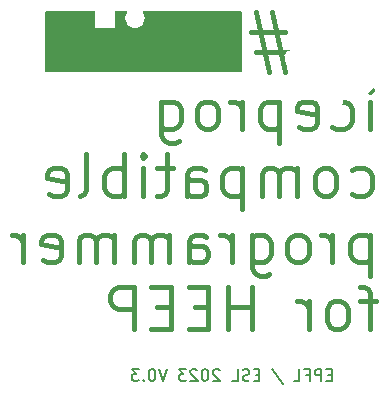
<source format=gbr>
%TF.GenerationSoftware,KiCad,Pcbnew,(6.0.0-0)*%
%TF.CreationDate,2023-01-16T12:19:11+01:00*%
%TF.ProjectId,core-v-mini-mcu-spiboot-fpga,636f7265-2d76-42d6-9d69-6e692d6d6375,rev?*%
%TF.SameCoordinates,Original*%
%TF.FileFunction,Legend,Bot*%
%TF.FilePolarity,Positive*%
%FSLAX46Y46*%
G04 Gerber Fmt 4.6, Leading zero omitted, Abs format (unit mm)*
G04 Created by KiCad (PCBNEW (6.0.0-0)) date 2023-01-16 12:19:11*
%MOMM*%
%LPD*%
G01*
G04 APERTURE LIST*
G04 Aperture macros list*
%AMHorizOval*
0 Thick line with rounded ends*
0 $1 width*
0 $2 $3 position (X,Y) of the first rounded end (center of the circle)*
0 $4 $5 position (X,Y) of the second rounded end (center of the circle)*
0 Add line between two ends*
20,1,$1,$2,$3,$4,$5,0*
0 Add two circle primitives to create the rounded ends*
1,1,$1,$2,$3*
1,1,$1,$4,$5*%
G04 Aperture macros list end*
%ADD10C,0.400000*%
%ADD11C,0.150000*%
%ADD12O,1.700000X1.700000*%
%ADD13R,1.700000X1.700000*%
%ADD14HorizOval,1.200000X-0.247487X-0.247487X0.247487X0.247487X0*%
%ADD15HorizOval,1.200000X0.247487X0.247487X-0.247487X-0.247487X0*%
%ADD16C,1.450000*%
G04 APERTURE END LIST*
D10*
X104238095Y-74892857D02*
X101380952Y-74892857D01*
X103095238Y-73178571D02*
X104238095Y-78321428D01*
X101761904Y-76607142D02*
X104619047Y-76607142D01*
X102904761Y-78321428D02*
X101761904Y-73178571D01*
D11*
X100500000Y-73250000D02*
X84000000Y-73250000D01*
X84000000Y-73250000D02*
X84000000Y-78250000D01*
X84000000Y-78250000D02*
X100500000Y-78250000D01*
X100500000Y-78250000D02*
X100500000Y-73250000D01*
G36*
X100500000Y-73250000D02*
G01*
X84000000Y-73250000D01*
X84000000Y-78250000D01*
X100500000Y-78250000D01*
X100500000Y-73250000D01*
G37*
X108202380Y-103928571D02*
X107869047Y-103928571D01*
X107726190Y-104452380D02*
X108202380Y-104452380D01*
X108202380Y-103452380D01*
X107726190Y-103452380D01*
X107297619Y-104452380D02*
X107297619Y-103452380D01*
X106916666Y-103452380D01*
X106821428Y-103500000D01*
X106773809Y-103547619D01*
X106726190Y-103642857D01*
X106726190Y-103785714D01*
X106773809Y-103880952D01*
X106821428Y-103928571D01*
X106916666Y-103976190D01*
X107297619Y-103976190D01*
X105964285Y-103928571D02*
X106297619Y-103928571D01*
X106297619Y-104452380D02*
X106297619Y-103452380D01*
X105821428Y-103452380D01*
X104964285Y-104452380D02*
X105440476Y-104452380D01*
X105440476Y-103452380D01*
X103154761Y-103404761D02*
X104011904Y-104690476D01*
X102059523Y-103928571D02*
X101726190Y-103928571D01*
X101583333Y-104452380D02*
X102059523Y-104452380D01*
X102059523Y-103452380D01*
X101583333Y-103452380D01*
X101202380Y-104404761D02*
X101059523Y-104452380D01*
X100821428Y-104452380D01*
X100726190Y-104404761D01*
X100678571Y-104357142D01*
X100630952Y-104261904D01*
X100630952Y-104166666D01*
X100678571Y-104071428D01*
X100726190Y-104023809D01*
X100821428Y-103976190D01*
X101011904Y-103928571D01*
X101107142Y-103880952D01*
X101154761Y-103833333D01*
X101202380Y-103738095D01*
X101202380Y-103642857D01*
X101154761Y-103547619D01*
X101107142Y-103500000D01*
X101011904Y-103452380D01*
X100773809Y-103452380D01*
X100630952Y-103500000D01*
X99726190Y-104452380D02*
X100202380Y-104452380D01*
X100202380Y-103452380D01*
X98678571Y-103547619D02*
X98630952Y-103500000D01*
X98535714Y-103452380D01*
X98297619Y-103452380D01*
X98202380Y-103500000D01*
X98154761Y-103547619D01*
X98107142Y-103642857D01*
X98107142Y-103738095D01*
X98154761Y-103880952D01*
X98726190Y-104452380D01*
X98107142Y-104452380D01*
X97488095Y-103452380D02*
X97392857Y-103452380D01*
X97297619Y-103500000D01*
X97250000Y-103547619D01*
X97202380Y-103642857D01*
X97154761Y-103833333D01*
X97154761Y-104071428D01*
X97202380Y-104261904D01*
X97250000Y-104357142D01*
X97297619Y-104404761D01*
X97392857Y-104452380D01*
X97488095Y-104452380D01*
X97583333Y-104404761D01*
X97630952Y-104357142D01*
X97678571Y-104261904D01*
X97726190Y-104071428D01*
X97726190Y-103833333D01*
X97678571Y-103642857D01*
X97630952Y-103547619D01*
X97583333Y-103500000D01*
X97488095Y-103452380D01*
X96773809Y-103547619D02*
X96726190Y-103500000D01*
X96630952Y-103452380D01*
X96392857Y-103452380D01*
X96297619Y-103500000D01*
X96250000Y-103547619D01*
X96202380Y-103642857D01*
X96202380Y-103738095D01*
X96250000Y-103880952D01*
X96821428Y-104452380D01*
X96202380Y-104452380D01*
X95869047Y-103452380D02*
X95250000Y-103452380D01*
X95583333Y-103833333D01*
X95440476Y-103833333D01*
X95345238Y-103880952D01*
X95297619Y-103928571D01*
X95250000Y-104023809D01*
X95250000Y-104261904D01*
X95297619Y-104357142D01*
X95345238Y-104404761D01*
X95440476Y-104452380D01*
X95726190Y-104452380D01*
X95821428Y-104404761D01*
X95869047Y-104357142D01*
X94202380Y-103452380D02*
X93869047Y-104452380D01*
X93535714Y-103452380D01*
X93011904Y-103452380D02*
X92916666Y-103452380D01*
X92821428Y-103500000D01*
X92773809Y-103547619D01*
X92726190Y-103642857D01*
X92678571Y-103833333D01*
X92678571Y-104071428D01*
X92726190Y-104261904D01*
X92773809Y-104357142D01*
X92821428Y-104404761D01*
X92916666Y-104452380D01*
X93011904Y-104452380D01*
X93107142Y-104404761D01*
X93154761Y-104357142D01*
X93202380Y-104261904D01*
X93250000Y-104071428D01*
X93250000Y-103833333D01*
X93202380Y-103642857D01*
X93154761Y-103547619D01*
X93107142Y-103500000D01*
X93011904Y-103452380D01*
X92250000Y-104357142D02*
X92202380Y-104404761D01*
X92250000Y-104452380D01*
X92297619Y-104404761D01*
X92250000Y-104357142D01*
X92250000Y-104452380D01*
X91869047Y-103452380D02*
X91250000Y-103452380D01*
X91583333Y-103833333D01*
X91440476Y-103833333D01*
X91345238Y-103880952D01*
X91297619Y-103928571D01*
X91250000Y-104023809D01*
X91250000Y-104261904D01*
X91297619Y-104357142D01*
X91345238Y-104404761D01*
X91440476Y-104452380D01*
X91726190Y-104452380D01*
X91821428Y-104404761D01*
X91869047Y-104357142D01*
D10*
X111406666Y-83130833D02*
X111406666Y-80797500D01*
X111406666Y-79630833D02*
X111573333Y-79797500D01*
X111406666Y-79964166D01*
X111240000Y-79797500D01*
X111406666Y-79630833D01*
X111406666Y-79964166D01*
X108240000Y-82964166D02*
X108573333Y-83130833D01*
X109240000Y-83130833D01*
X109573333Y-82964166D01*
X109740000Y-82797500D01*
X109906666Y-82464166D01*
X109906666Y-81464166D01*
X109740000Y-81130833D01*
X109573333Y-80964166D01*
X109240000Y-80797500D01*
X108573333Y-80797500D01*
X108240000Y-80964166D01*
X105406666Y-82964166D02*
X105740000Y-83130833D01*
X106406666Y-83130833D01*
X106740000Y-82964166D01*
X106906666Y-82630833D01*
X106906666Y-81297500D01*
X106740000Y-80964166D01*
X106406666Y-80797500D01*
X105740000Y-80797500D01*
X105406666Y-80964166D01*
X105240000Y-81297500D01*
X105240000Y-81630833D01*
X106906666Y-81964166D01*
X103740000Y-80797500D02*
X103740000Y-84297500D01*
X103740000Y-80964166D02*
X103406666Y-80797500D01*
X102740000Y-80797500D01*
X102406666Y-80964166D01*
X102240000Y-81130833D01*
X102073333Y-81464166D01*
X102073333Y-82464166D01*
X102240000Y-82797500D01*
X102406666Y-82964166D01*
X102740000Y-83130833D01*
X103406666Y-83130833D01*
X103740000Y-82964166D01*
X100573333Y-83130833D02*
X100573333Y-80797500D01*
X100573333Y-81464166D02*
X100406666Y-81130833D01*
X100240000Y-80964166D01*
X99906666Y-80797500D01*
X99573333Y-80797500D01*
X97906666Y-83130833D02*
X98240000Y-82964166D01*
X98406666Y-82797500D01*
X98573333Y-82464166D01*
X98573333Y-81464166D01*
X98406666Y-81130833D01*
X98240000Y-80964166D01*
X97906666Y-80797500D01*
X97406666Y-80797500D01*
X97073333Y-80964166D01*
X96906666Y-81130833D01*
X96740000Y-81464166D01*
X96740000Y-82464166D01*
X96906666Y-82797500D01*
X97073333Y-82964166D01*
X97406666Y-83130833D01*
X97906666Y-83130833D01*
X93740000Y-80797500D02*
X93740000Y-83630833D01*
X93906666Y-83964166D01*
X94073333Y-84130833D01*
X94406666Y-84297500D01*
X94906666Y-84297500D01*
X95240000Y-84130833D01*
X93740000Y-82964166D02*
X94073333Y-83130833D01*
X94740000Y-83130833D01*
X95073333Y-82964166D01*
X95240000Y-82797500D01*
X95406666Y-82464166D01*
X95406666Y-81464166D01*
X95240000Y-81130833D01*
X95073333Y-80964166D01*
X94740000Y-80797500D01*
X94073333Y-80797500D01*
X93740000Y-80964166D01*
X109906666Y-88599166D02*
X110240000Y-88765833D01*
X110906666Y-88765833D01*
X111240000Y-88599166D01*
X111406666Y-88432500D01*
X111573333Y-88099166D01*
X111573333Y-87099166D01*
X111406666Y-86765833D01*
X111240000Y-86599166D01*
X110906666Y-86432500D01*
X110240000Y-86432500D01*
X109906666Y-86599166D01*
X107906666Y-88765833D02*
X108240000Y-88599166D01*
X108406666Y-88432500D01*
X108573333Y-88099166D01*
X108573333Y-87099166D01*
X108406666Y-86765833D01*
X108240000Y-86599166D01*
X107906666Y-86432500D01*
X107406666Y-86432500D01*
X107073333Y-86599166D01*
X106906666Y-86765833D01*
X106740000Y-87099166D01*
X106740000Y-88099166D01*
X106906666Y-88432500D01*
X107073333Y-88599166D01*
X107406666Y-88765833D01*
X107906666Y-88765833D01*
X105240000Y-88765833D02*
X105240000Y-86432500D01*
X105240000Y-86765833D02*
X105073333Y-86599166D01*
X104740000Y-86432500D01*
X104240000Y-86432500D01*
X103906666Y-86599166D01*
X103740000Y-86932500D01*
X103740000Y-88765833D01*
X103740000Y-86932500D02*
X103573333Y-86599166D01*
X103240000Y-86432500D01*
X102740000Y-86432500D01*
X102406666Y-86599166D01*
X102240000Y-86932500D01*
X102240000Y-88765833D01*
X100573333Y-86432500D02*
X100573333Y-89932500D01*
X100573333Y-86599166D02*
X100240000Y-86432500D01*
X99573333Y-86432500D01*
X99240000Y-86599166D01*
X99073333Y-86765833D01*
X98906666Y-87099166D01*
X98906666Y-88099166D01*
X99073333Y-88432500D01*
X99240000Y-88599166D01*
X99573333Y-88765833D01*
X100240000Y-88765833D01*
X100573333Y-88599166D01*
X95906666Y-88765833D02*
X95906666Y-86932500D01*
X96073333Y-86599166D01*
X96406666Y-86432500D01*
X97073333Y-86432500D01*
X97406666Y-86599166D01*
X95906666Y-88599166D02*
X96240000Y-88765833D01*
X97073333Y-88765833D01*
X97406666Y-88599166D01*
X97573333Y-88265833D01*
X97573333Y-87932500D01*
X97406666Y-87599166D01*
X97073333Y-87432500D01*
X96240000Y-87432500D01*
X95906666Y-87265833D01*
X94740000Y-86432500D02*
X93406666Y-86432500D01*
X94240000Y-85265833D02*
X94240000Y-88265833D01*
X94073333Y-88599166D01*
X93740000Y-88765833D01*
X93406666Y-88765833D01*
X92240000Y-88765833D02*
X92240000Y-86432500D01*
X92240000Y-85265833D02*
X92406666Y-85432500D01*
X92240000Y-85599166D01*
X92073333Y-85432500D01*
X92240000Y-85265833D01*
X92240000Y-85599166D01*
X90573333Y-88765833D02*
X90573333Y-85265833D01*
X90573333Y-86599166D02*
X90240000Y-86432500D01*
X89573333Y-86432500D01*
X89240000Y-86599166D01*
X89073333Y-86765833D01*
X88906666Y-87099166D01*
X88906666Y-88099166D01*
X89073333Y-88432500D01*
X89240000Y-88599166D01*
X89573333Y-88765833D01*
X90240000Y-88765833D01*
X90573333Y-88599166D01*
X86906666Y-88765833D02*
X87240000Y-88599166D01*
X87406666Y-88265833D01*
X87406666Y-85265833D01*
X84240000Y-88599166D02*
X84573333Y-88765833D01*
X85240000Y-88765833D01*
X85573333Y-88599166D01*
X85740000Y-88265833D01*
X85740000Y-86932500D01*
X85573333Y-86599166D01*
X85240000Y-86432500D01*
X84573333Y-86432500D01*
X84240000Y-86599166D01*
X84073333Y-86932500D01*
X84073333Y-87265833D01*
X85740000Y-87599166D01*
X111406666Y-92067500D02*
X111406666Y-95567500D01*
X111406666Y-92234166D02*
X111073333Y-92067500D01*
X110406666Y-92067500D01*
X110073333Y-92234166D01*
X109906666Y-92400833D01*
X109740000Y-92734166D01*
X109740000Y-93734166D01*
X109906666Y-94067500D01*
X110073333Y-94234166D01*
X110406666Y-94400833D01*
X111073333Y-94400833D01*
X111406666Y-94234166D01*
X108240000Y-94400833D02*
X108240000Y-92067500D01*
X108240000Y-92734166D02*
X108073333Y-92400833D01*
X107906666Y-92234166D01*
X107573333Y-92067500D01*
X107240000Y-92067500D01*
X105573333Y-94400833D02*
X105906666Y-94234166D01*
X106073333Y-94067500D01*
X106240000Y-93734166D01*
X106240000Y-92734166D01*
X106073333Y-92400833D01*
X105906666Y-92234166D01*
X105573333Y-92067500D01*
X105073333Y-92067500D01*
X104740000Y-92234166D01*
X104573333Y-92400833D01*
X104406666Y-92734166D01*
X104406666Y-93734166D01*
X104573333Y-94067500D01*
X104740000Y-94234166D01*
X105073333Y-94400833D01*
X105573333Y-94400833D01*
X101406666Y-92067500D02*
X101406666Y-94900833D01*
X101573333Y-95234166D01*
X101740000Y-95400833D01*
X102073333Y-95567500D01*
X102573333Y-95567500D01*
X102906666Y-95400833D01*
X101406666Y-94234166D02*
X101740000Y-94400833D01*
X102406666Y-94400833D01*
X102740000Y-94234166D01*
X102906666Y-94067500D01*
X103073333Y-93734166D01*
X103073333Y-92734166D01*
X102906666Y-92400833D01*
X102740000Y-92234166D01*
X102406666Y-92067500D01*
X101740000Y-92067500D01*
X101406666Y-92234166D01*
X99740000Y-94400833D02*
X99740000Y-92067500D01*
X99740000Y-92734166D02*
X99573333Y-92400833D01*
X99406666Y-92234166D01*
X99073333Y-92067500D01*
X98740000Y-92067500D01*
X96073333Y-94400833D02*
X96073333Y-92567500D01*
X96240000Y-92234166D01*
X96573333Y-92067500D01*
X97240000Y-92067500D01*
X97573333Y-92234166D01*
X96073333Y-94234166D02*
X96406666Y-94400833D01*
X97240000Y-94400833D01*
X97573333Y-94234166D01*
X97740000Y-93900833D01*
X97740000Y-93567500D01*
X97573333Y-93234166D01*
X97240000Y-93067500D01*
X96406666Y-93067500D01*
X96073333Y-92900833D01*
X94406666Y-94400833D02*
X94406666Y-92067500D01*
X94406666Y-92400833D02*
X94240000Y-92234166D01*
X93906666Y-92067500D01*
X93406666Y-92067500D01*
X93073333Y-92234166D01*
X92906666Y-92567500D01*
X92906666Y-94400833D01*
X92906666Y-92567500D02*
X92740000Y-92234166D01*
X92406666Y-92067500D01*
X91906666Y-92067500D01*
X91573333Y-92234166D01*
X91406666Y-92567500D01*
X91406666Y-94400833D01*
X89740000Y-94400833D02*
X89740000Y-92067500D01*
X89740000Y-92400833D02*
X89573333Y-92234166D01*
X89240000Y-92067500D01*
X88740000Y-92067500D01*
X88406666Y-92234166D01*
X88240000Y-92567500D01*
X88240000Y-94400833D01*
X88240000Y-92567500D02*
X88073333Y-92234166D01*
X87740000Y-92067500D01*
X87240000Y-92067500D01*
X86906666Y-92234166D01*
X86740000Y-92567500D01*
X86740000Y-94400833D01*
X83740000Y-94234166D02*
X84073333Y-94400833D01*
X84740000Y-94400833D01*
X85073333Y-94234166D01*
X85240000Y-93900833D01*
X85240000Y-92567500D01*
X85073333Y-92234166D01*
X84740000Y-92067500D01*
X84073333Y-92067500D01*
X83740000Y-92234166D01*
X83573333Y-92567500D01*
X83573333Y-92900833D01*
X85240000Y-93234166D01*
X82073333Y-94400833D02*
X82073333Y-92067500D01*
X82073333Y-92734166D02*
X81906666Y-92400833D01*
X81740000Y-92234166D01*
X81406666Y-92067500D01*
X81073333Y-92067500D01*
X111906666Y-97702500D02*
X110573333Y-97702500D01*
X111406666Y-100035833D02*
X111406666Y-97035833D01*
X111240000Y-96702500D01*
X110906666Y-96535833D01*
X110573333Y-96535833D01*
X108906666Y-100035833D02*
X109240000Y-99869166D01*
X109406666Y-99702500D01*
X109573333Y-99369166D01*
X109573333Y-98369166D01*
X109406666Y-98035833D01*
X109240000Y-97869166D01*
X108906666Y-97702500D01*
X108406666Y-97702500D01*
X108073333Y-97869166D01*
X107906666Y-98035833D01*
X107740000Y-98369166D01*
X107740000Y-99369166D01*
X107906666Y-99702500D01*
X108073333Y-99869166D01*
X108406666Y-100035833D01*
X108906666Y-100035833D01*
X106240000Y-100035833D02*
X106240000Y-97702500D01*
X106240000Y-98369166D02*
X106073333Y-98035833D01*
X105906666Y-97869166D01*
X105573333Y-97702500D01*
X105240000Y-97702500D01*
X101406666Y-100035833D02*
X101406666Y-96535833D01*
X101406666Y-98202500D02*
X99406666Y-98202500D01*
X99406666Y-100035833D02*
X99406666Y-96535833D01*
X97740000Y-98202500D02*
X96573333Y-98202500D01*
X96073333Y-100035833D02*
X97740000Y-100035833D01*
X97740000Y-96535833D01*
X96073333Y-96535833D01*
X94573333Y-98202500D02*
X93406666Y-98202500D01*
X92906666Y-100035833D02*
X94573333Y-100035833D01*
X94573333Y-96535833D01*
X92906666Y-96535833D01*
X91406666Y-100035833D02*
X91406666Y-96535833D01*
X90073333Y-96535833D01*
X89740000Y-96702500D01*
X89573333Y-96869166D01*
X89406666Y-97202500D01*
X89406666Y-97702500D01*
X89573333Y-98035833D01*
X89740000Y-98202500D01*
X90073333Y-98369166D01*
X91406666Y-98369166D01*
%LPC*%
D12*
%TO.C,J2*%
X112450000Y-104120000D03*
X112450000Y-106660000D03*
D13*
X112450000Y-109200000D03*
%TD*%
D12*
%TO.C,J1*%
X85852000Y-109205000D03*
X85852000Y-106665000D03*
X88392000Y-109205000D03*
X88392000Y-106665000D03*
X90932000Y-109205000D03*
X90932000Y-106665000D03*
X93472000Y-109205000D03*
X93472000Y-106665000D03*
X96012000Y-109205000D03*
X96012000Y-106665000D03*
X98552000Y-109205000D03*
X98552000Y-106665000D03*
X101092000Y-109205000D03*
X101092000Y-106665000D03*
X103632000Y-109205000D03*
X103632000Y-106665000D03*
X106172000Y-109205000D03*
X106172000Y-106665000D03*
X108712000Y-109205000D03*
D13*
X108712000Y-106665000D03*
%TD*%
%TO.C,JSPICS1*%
X88975000Y-73750000D03*
D12*
X91515000Y-73750000D03*
%TD*%
D13*
%TO.C,PMOD1*%
X81280000Y-109220000D03*
D12*
X78740000Y-109220000D03*
X81280000Y-106680000D03*
X78740000Y-106680000D03*
X81280000Y-104140000D03*
X78740000Y-104140000D03*
X81280000Y-101600000D03*
X78740000Y-101600000D03*
X81280000Y-99060000D03*
X78740000Y-99060000D03*
X81280000Y-96520000D03*
X78740000Y-96520000D03*
%TD*%
D14*
%TO.C,P1*%
X111078217Y-79425514D03*
D15*
X106128470Y-74475767D03*
D16*
X108461922Y-80627596D03*
X104926388Y-77092062D03*
%TD*%
D13*
%TO.C,PMOD2*%
X81280000Y-86360000D03*
D12*
X78740000Y-86360000D03*
X81280000Y-83820000D03*
X78740000Y-83820000D03*
X81280000Y-81280000D03*
X78740000Y-81280000D03*
X81280000Y-78740000D03*
X78740000Y-78740000D03*
X81280000Y-76200000D03*
X78740000Y-76200000D03*
X81280000Y-73660000D03*
X78740000Y-73660000D03*
%TD*%
M02*

</source>
